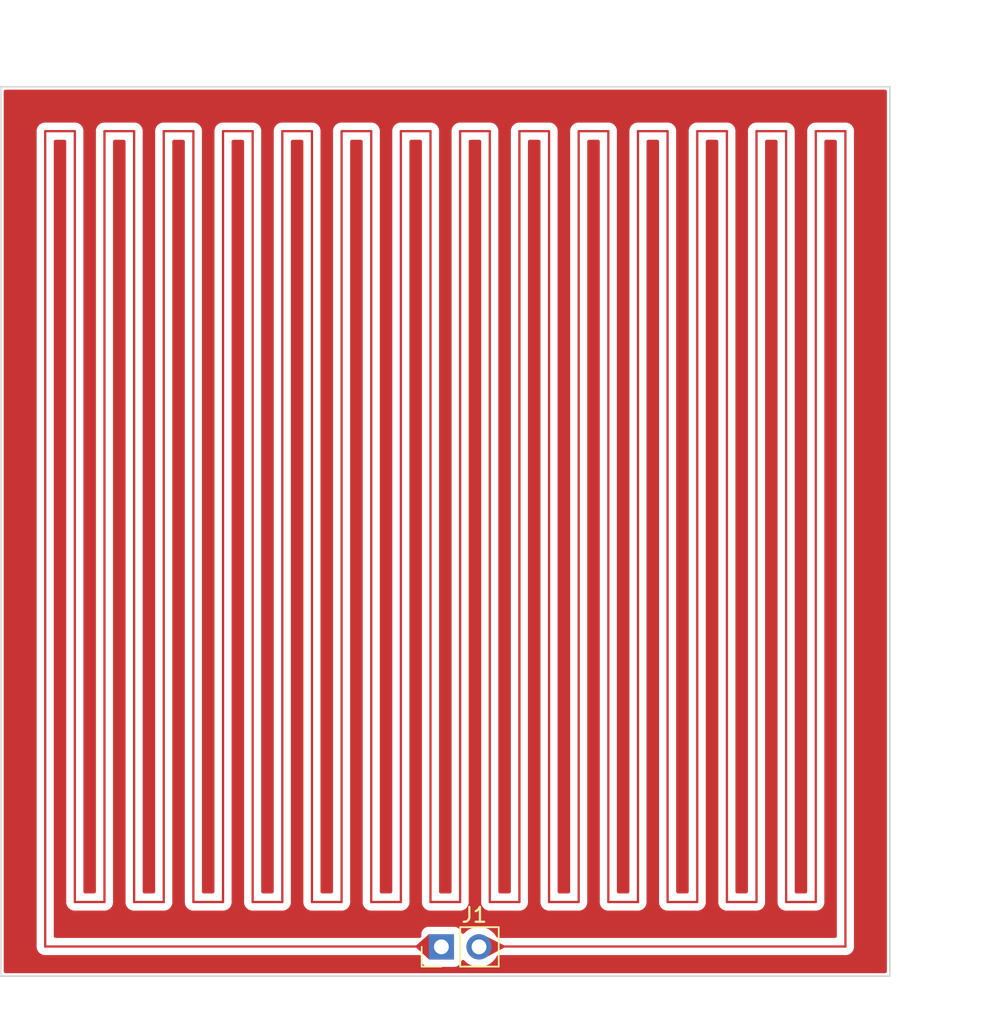
<source format=kicad_pcb>
(kicad_pcb (version 20221018) (generator pcbnew)
  (title_block (title "Reflow Plate Heatbed 60x60 mm") (date "2023-03-19") (rev "v1.0.0") (company "I. Kajdan"))
  (layers (0 "F.Cu" signal) (31 "B.Cu" signal) (37 "F.SilkS" user "F.Silkscreen") (44 "Edge.Cuts" user))
  (net 0 "")
  (net 1 "Net-(J1-Pin_1)")
  (footprint "Connector_PinHeader_2.54mm:PinHeader_1x02_P2.54mm_Vertical" (layer "F.Cu") (at 148.735 131.025 90)
    (fp_text reference "J1" (at 2.15 2.22) (layer "F.SilkS"))
    (fp_text value "PWR")
    (fp_line (start -1.33 -1.33) (end 0 -1.33) (stroke (width 0.12)) (layer "F.SilkS"))
    (fp_line (start -1.33 0) (end -1.33 -1.33) (stroke (width 0.12)) (layer "F.SilkS"))
    (fp_line (start -1.33 1.27) (end -1.33 3.87) (stroke (width 0.12)) (layer "F.SilkS"))
    (fp_line (start -1.33 1.27) (end 1.33 1.27) (stroke (width 0.12)) (layer "F.SilkS"))
    (fp_line (start -1.33 3.87) (end 1.33 3.87) (stroke (width 0.12)) (layer "F.SilkS"))
    (fp_line (start 1.33 1.27) (end 1.33 3.87) (stroke (width 0.12)) (layer "F.SilkS"))
    (pad "1" thru_hole rect (at 0 0 90) (size 1.7 1.7) (drill 1) (layers "*.Cu" "*.Mask") (net 1 "Net-(J1-Pin_1)"))
    (pad "2" thru_hole oval (at 0 2.54 90) (size 1.7 1.7) (drill 1) (layers "*.Cu" "*.Mask") (net 1 "Net-(J1-Pin_1)"))
  )
  (gr_line (start 179 133) (end 119 133) (stroke (width 0.1)) (layer "Edge.Cuts"))
  (gr_line (start 119 133) (end 119 73) (stroke (width 0.1)) (layer "Edge.Cuts"))
  (gr_line (start 119 73) (end 179 73) (stroke (width 0.1)) (layer "Edge.Cuts"))
  (gr_line (start 179 73) (end 179 133) (stroke (width 0.1)) (layer "Edge.Cuts"))
  (segment (start 162 128) (end 162 76) (width 0.154) (layer "F.Cu") (net 1))
  (segment (start 140 76) (end 140 128) (width 0.154) (layer "F.Cu") (net 1))
  (segment (start 170 128) (end 170 76) (width 0.154) (layer "F.Cu") (net 1))
  (segment (start 132 76) (end 132 128) (width 0.154) (layer "F.Cu") (net 1))
  (segment (start 148.735 131.025) (end 148.71 131) (width 0.154) (layer "F.Cu") (net 1))
  (segment (start 136 128) (end 138 128) (width 0.154) (layer "F.Cu") (net 1))
  (segment (start 151.3 131) (end 151.275 131.025) (width 0.154) (layer "F.Cu") (net 1))
  (segment (start 156 76) (end 156 128) (width 0.154) (layer "F.Cu") (net 1))
  (segment (start 124 76) (end 124 128) (width 0.154) (layer "F.Cu") (net 1))
  (segment (start 138 128) (end 138 76) (width 0.154) (layer "F.Cu") (net 1))
  (segment (start 176 76) (end 176 131) (width 0.154) (layer "F.Cu") (net 1))
  (segment (start 146 128) (end 146 76) (width 0.154) (layer "F.Cu") (net 1))
  (segment (start 138 76) (end 140 76) (width 0.154) (layer "F.Cu") (net 1))
  (segment (start 174 76) (end 176 76) (width 0.154) (layer "F.Cu") (net 1))
  (segment (start 166 76) (end 168 76) (width 0.154) (layer "F.Cu") (net 1))
  (segment (start 140 128) (end 142 128) (width 0.154) (layer "F.Cu") (net 1))
  (segment (start 146 76) (end 148 76) (width 0.154) (layer "F.Cu") (net 1))
  (segment (start 150 128) (end 150 76) (width 0.154) (layer "F.Cu") (net 1))
  (segment (start 168 128) (end 170 128) (width 0.154) (layer "F.Cu") (net 1))
  (segment (start 154 76) (end 156 76) (width 0.154) (layer "F.Cu") (net 1))
  (segment (start 130 128) (end 130 76) (width 0.154) (layer "F.Cu") (net 1))
  (segment (start 154 128) (end 154 76) (width 0.154) (layer "F.Cu") (net 1))
  (segment (start 122 131) (end 122 76) (width 0.154) (layer "F.Cu") (net 1))
  (segment (start 156 128) (end 158 128) (width 0.154) (layer "F.Cu") (net 1))
  (segment (start 168 76) (end 168 128) (width 0.154) (layer "F.Cu") (net 1))
  (segment (start 142 128) (end 142 76) (width 0.154) (layer "F.Cu") (net 1))
  (segment (start 134 128) (end 134 76) (width 0.154) (layer "F.Cu") (net 1))
  (segment (start 126 76) (end 128 76) (width 0.154) (layer "F.Cu") (net 1))
  (segment (start 172 76) (end 172 128) (width 0.154) (layer "F.Cu") (net 1))
  (segment (start 148 128) (end 150 128) (width 0.154) (layer "F.Cu") (net 1))
  (segment (start 148 76) (end 148 128) (width 0.154) (layer "F.Cu") (net 1))
  (segment (start 124 128) (end 126 128) (width 0.154) (layer "F.Cu") (net 1))
  (segment (start 128 76) (end 128 128) (width 0.154) (layer "F.Cu") (net 1))
  (segment (start 150 76) (end 152 76) (width 0.154) (layer "F.Cu") (net 1))
  (segment (start 160 76) (end 160 128) (width 0.154) (layer "F.Cu") (net 1))
  (segment (start 174 128) (end 174 76) (width 0.154) (layer "F.Cu") (net 1))
  (segment (start 130 76) (end 132 76) (width 0.154) (layer "F.Cu") (net 1))
  (segment (start 172 128) (end 174 128) (width 0.154) (layer "F.Cu") (net 1))
  (segment (start 176 131) (end 151.3 131) (width 0.154) (layer "F.Cu") (net 1))
  (segment (start 164 128) (end 166 128) (width 0.154) (layer "F.Cu") (net 1))
  (segment (start 132 128) (end 134 128) (width 0.154) (layer "F.Cu") (net 1))
  (segment (start 162 76) (end 164 76) (width 0.154) (layer "F.Cu") (net 1))
  (segment (start 160 128) (end 162 128) (width 0.154) (layer "F.Cu") (net 1))
  (segment (start 148.71 131) (end 122 131) (width 0.154) (layer "F.Cu") (net 1))
  (segment (start 144 128) (end 146 128) (width 0.154) (layer "F.Cu") (net 1))
  (segment (start 144 76) (end 144 128) (width 0.154) (layer "F.Cu") (net 1))
  (segment (start 166 128) (end 166 76) (width 0.154) (layer "F.Cu") (net 1))
  (segment (start 158 76) (end 160 76) (width 0.154) (layer "F.Cu") (net 1))
  (segment (start 128 128) (end 130 128) (width 0.154) (layer "F.Cu") (net 1))
  (segment (start 158 128) (end 158 76) (width 0.154) (layer "F.Cu") (net 1))
  (segment (start 126 128) (end 126 76) (width 0.154) (layer "F.Cu") (net 1))
  (segment (start 152 76) (end 152 128) (width 0.154) (layer "F.Cu") (net 1))
  (segment (start 142 76) (end 144 76) (width 0.154) (layer "F.Cu") (net 1))
  (segment (start 136 76) (end 136 128) (width 0.154) (layer "F.Cu") (net 1))
  (segment (start 170 76) (end 172 76) (width 0.154) (layer "F.Cu") (net 1))
  (segment (start 152 128) (end 154 128) (width 0.154) (layer "F.Cu") (net 1))
  (segment (start 122 76) (end 124 76) (width 0.154) (layer "F.Cu") (net 1))
  (segment (start 164 76) (end 164 128) (width 0.154) (layer "F.Cu") (net 1))
  (segment (start 134 76) (end 136 76) (width 0.154) (layer "F.Cu") (net 1))
  (zone (net 0) (net_name "") (layer "F.Cu") (connect_pads (clearance 0.5)) (min_thickness 0.25) (fill yes (thermal_gap 0.5) (thermal_bridge_width 0.5) (island_removal_mode 1) (island_area_min 10))
    (polygon (pts (xy 119 73) (xy 179 73) (xy 179 133) (xy 119 133)))
  )
)
</source>
